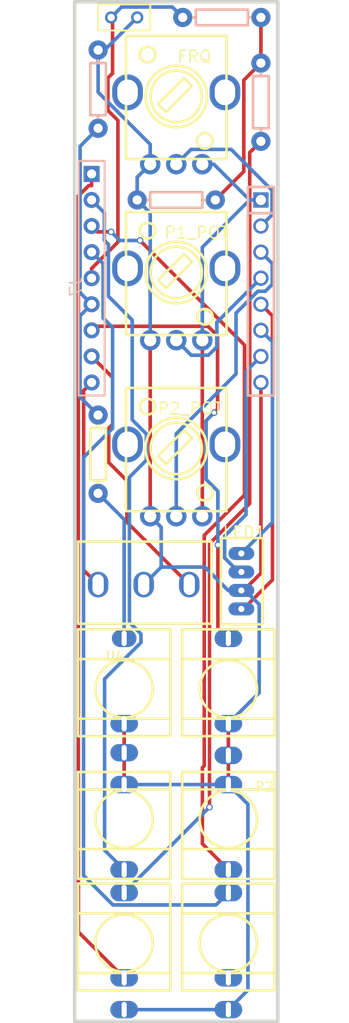
<source format=kicad_pcb>
(kicad_pcb (version 20171130) (host pcbnew "(5.1.5)-3") (page "A4") (layers (0 "F.Cu" signal) (31 "B.Cu" signal) (32 "B.Adhes" user) (33 "F.Adhes" user) (34 "B.Paste" user) (35 "F.Paste" user) (36 "B.SilkS" user) (37 "F.SilkS" user) (38 "B.Mask" user) (39 "F.Mask" user) (40 "Dwgs.User" user) (41 "Cmts.User" user) (42 "Eco1.User" user) (43 "Eco2.User" user) (44 "Edge.Cuts" user) (45 "Margin" user) (46 "B.CrtYd" user) (47 "F.CrtYd" user) (48 "B.Fab" user hide) (49 "F.Fab" user hide)) (net 0 "") (net 1 "+12V") (net 2 "+5V") (net 3 "-12V") (net 4 "C1_1") (net 5 "FRQPOT") (net 6 "FRQ_4") (net 7 "FRQ_5") (net 8 "GND") (net 9 "GVC") (net 10 "J4_3") (net 11 "J5_3") (net 12 "LED1") (net 13 "LED2") (net 14 "LED3") (net 15 "MODECV") (net 16 "OUT") (net 17 "P1CV") (net 18 "P1POT") (net 19 "P1_POT_4") (net 20 "P1_POT_5") (net 21 "P2CV") (net 22 "P2POT") (net 23 "P2_POT_4") (net 24 "P2_POT_5") (net 25 "R14_1") (net 26 "R6_2") (net 27 "R7_1") (net 28 "SW1") (net 29 "SW2") (net 30 "U1_10") (net 31 "U1_11") (net 32 "U1_12") (net 33 "U1_13") (net 34 "U1_21") (net 35 "U1_23") (net 36 "U1_24") (net 37 "U1_9") (net 38 "U2_1") (net 39 "U2_2") (net 40 "U2_6") (net 41 "V_OCT") (net 42 "S$6525") (net 43 "S$6530") (net 44 "S$6528") (net 45 "S$6523") (segment (start 6.985 161.544) (end 9.525 164.084) (width 0.35) (layer "B.Cu") (net 10)) (segment (start 9.525 164.084) (end 9.525 175.674) (width 0.35) (layer "B.Cu") (net 10)) (segment (start 13.136 168.728) (end 17.396 168.728) (width 0.35) (layer "B.Cu") (net 8)) (segment (start 17.396 168.728) (end 19.673 171.005) (width 0.35) (layer "B.Cu") (net 8)) (segment (start 19.673 171.005) (end 20.955 171.005) (width 0.35) (layer "B.Cu") (net 8)) (segment (start 19.685 189.914) (end 9.525 189.914) (width 0.35) (layer "B.Cu") (net 8)) (segment (start 19.685 211.839) (end 21.594 209.93) (width 0.35) (layer "B.Cu") (net 8)) (segment (start 21.594 209.93) (end 21.594 191.823) (width 0.35) (layer "B.Cu") (net 8)) (segment (start 21.594 191.823) (end 19.685 189.914) (width 0.35) (layer "B.Cu") (net 8)) (segment (start 19.685 211.839) (end 9.525 211.839) (width 0.35) (layer "B.Cu") (net 8)) (segment (start 20.955 171.005) (end 21.337 171.005) (width 0.35) (layer "B.Cu") (net 8)) (segment (start 21.337 171.005) (end 22.694 172.363) (width 0.35) (layer "B.Cu") (net 8)) (segment (start 22.694 172.363) (end 22.694 180.965) (width 0.35) (layer "B.Cu") (net 8)) (segment (start 22.694 180.965) (end 19.685 183.974) (width 0.35) (layer "B.Cu") (net 8)) (segment (start 6.985 118.364) (end 7.62 118.364) (width 0.35) (layer "B.Cu") (net 8)) (segment (start 7.62 118.364) (end 10.795 115.189) (width 0.35) (layer "B.Cu") (net 8)) (segment (start 6.985 118.364) (end 6.985 122.47) (width 0.35) (layer "B.Cu") (net 8)) (segment (start 6.985 122.47) (end 12.065 127.55) (width 0.35) (layer "B.Cu") (net 8)) (segment (start 12.065 127.55) (end 12.065 129.484) (width 0.35) (layer "B.Cu") (net 8)) (segment (start 10.795 132.969) (end 10.795 130.754) (width 0.35) (layer "B.Cu") (net 8)) (segment (start 10.795 130.754) (end 12.065 129.484) (width 0.35) (layer "B.Cu") (net 8)) (segment (start 12.065 146.629) (end 12.065 134.239) (width 0.35) (layer "B.Cu") (net 8)) (segment (start 12.065 134.239) (end 10.795 132.969) (width 0.35) (layer "B.Cu") (net 8)) (segment (start 13.136 168.728) (end 11.43 170.434) (width 0.35) (layer "B.Cu") (net 8)) (segment (start 12.065 163.774) (end 13.136 164.845) (width 0.35) (layer "B.Cu") (net 8)) (segment (start 13.136 164.845) (end 13.136 168.728) (width 0.35) (layer "B.Cu") (net 8)) (segment (start 8.252 136.075) (end 9.09 136.914) (width 0.35) (layer "B.Cu") (net 21)) (segment (start 9.09 136.914) (end 11.071 136.914) (width 0.35) (layer "B.Cu") (net 21)) (segment (start 18.663 166.569) (end 18.663 161.33) (width 0.35) (layer "B.Cu") (net 15)) (segment (start 18.663 161.33) (end 17.516 160.183) (width 0.35) (layer "B.Cu") (net 15)) (segment (start 17.516 160.183) (end 17.516 154.468) (width 0.35) (layer "B.Cu") (net 15)) (segment (start 17.516 154.468) (end 18.293 153.69) (width 0.35) (layer "B.Cu") (net 15)) (segment (start 19.685 200.439) (end 18.486 201.638) (width 0.35) (layer "B.Cu") (net 16)) (segment (start 18.486 201.638) (end 8.429 201.638) (width 0.35) (layer "B.Cu") (net 16)) (segment (start 8.429 201.638) (end 5.562 198.77) (width 0.35) (layer "B.Cu") (net 16)) (segment (start 5.562 198.77) (end 5.562 158.048) (width 0.35) (layer "B.Cu") (net 16)) (segment (start 5.562 158.048) (end 8.397 155.213) (width 0.35) (layer "B.Cu") (net 16)) (segment (start 8.397 155.213) (end 8.397 145.396) (width 0.35) (layer "B.Cu") (net 16)) (segment (start 8.397 145.396) (end 7.474 144.474) (width 0.35) (layer "B.Cu") (net 16)) (segment (start 7.474 144.474) (end 7.474 139.173) (width 0.35) (layer "B.Cu") (net 16)) (segment (start 7.474 139.173) (end 6.35 138.049) (width 0.35) (layer "B.Cu") (net 16)) (segment (start 14.605 163.774) (end 14.605 155.744) (width 0.35) (layer "B.Cu") (net 18)) (segment (start 14.605 155.744) (end 20.434 149.915) (width 0.35) (layer "B.Cu") (net 18)) (segment (start 20.434 149.915) (end 20.434 143.985) (width 0.35) (layer "B.Cu") (net 18)) (segment (start 20.434 143.985) (end 22.56 141.859) (width 0.35) (layer "B.Cu") (net 18)) (segment (start 22.56 141.859) (end 23.296 141.859) (width 0.35) (layer "B.Cu") (net 18)) (segment (start 23.296 141.859) (end 23.966 141.189) (width 0.35) (layer "B.Cu") (net 18)) (segment (start 23.966 141.189) (end 23.966 139.155) (width 0.35) (layer "B.Cu") (net 18)) (segment (start 23.966 139.155) (end 22.86 138.049) (width 0.35) (layer "B.Cu") (net 18)) (segment (start 14.605 146.629) (end 16.065 148.089) (width 0.35) (layer "B.Cu") (net 22)) (segment (start 16.065 148.089) (end 17.754 148.089) (width 0.35) (layer "B.Cu") (net 22)) (segment (start 17.754 148.089) (end 18.56 147.283) (width 0.35) (layer "B.Cu") (net 22)) (segment (start 18.56 147.283) (end 18.56 144.889) (width 0.35) (layer "B.Cu") (net 22)) (segment (start 18.56 144.889) (end 22.86 140.589) (width 0.35) (layer "B.Cu") (net 22)) (segment (start 14.605 129.484) (end 16.047 128.042) (width 0.35) (layer "B.Cu") (net 5)) (segment (start 16.047 128.042) (end 19.96 128.042) (width 0.35) (layer "B.Cu") (net 5)) (segment (start 19.96 128.042) (end 23.947 132.029) (width 0.35) (layer "B.Cu") (net 5)) (segment (start 23.947 132.029) (end 23.947 134.422) (width 0.35) (layer "B.Cu") (net 5)) (segment (start 23.947 134.422) (end 22.86 135.509) (width 0.35) (layer "B.Cu") (net 5)) (segment (start 17.145 146.629) (end 17.145 137.583) (width 0.35) (layer "B.Cu") (net 2)) (segment (start 17.145 137.583) (end 21.759 132.969) (width 0.35) (layer "B.Cu") (net 2)) (segment (start 22.86 132.969) (end 21.759 132.969) (width 0.35) (layer "B.Cu") (net 2)) (segment (start 17.145 129.484) (end 18.274 129.484) (width 0.35) (layer "B.Cu") (net 2)) (segment (start 18.274 129.484) (end 21.759 132.969) (width 0.35) (layer "B.Cu") (net 2)) (segment (start 15.24 115.189) (end 14.224 114.173) (width 0.35) (layer "B.Cu") (net 9)) (segment (start 14.224 114.173) (end 9.271 114.173) (width 0.35) (layer "B.Cu") (net 9)) (segment (start 9.271 114.173) (end 8.255 115.189) (width 0.35) (layer "B.Cu") (net 9)) (segment (start 20.955 167.405) (end 23.988 164.373) (width 0.35) (layer "B.Cu") (net 13)) (segment (start 23.988 164.373) (end 23.988 146.797) (width 0.35) (layer "B.Cu") (net 13)) (segment (start 23.988 146.797) (end 22.86 145.669) (width 0.35) (layer "B.Cu") (net 13)) (segment (start 6.35 143.129) (end 5.226 142.005) (width 0.35) (layer "B.Cu") (net 41)) (segment (start 5.226 142.005) (end 5.226 127.743) (width 0.35) (layer "B.Cu") (net 41)) (segment (start 5.226 127.743) (end 6.985 125.984) (width 0.35) (layer "B.Cu") (net 41)) (segment (start 6.985 153.924) (end 5.222 152.161) (width 0.35) (layer "B.Cu") (net 41)) (segment (start 5.222 152.161) (end 5.222 144.257) (width 0.35) (layer "B.Cu") (net 41)) (segment (start 5.222 144.257) (end 6.35 143.129) (width 0.35) (layer "B.Cu") (net 41)) (segment (start 6.35 132.969) (end 7.59 134.209) (width 0.35) (layer "B.Cu") (net 17)) (segment (start 7.59 134.209) (end 7.59 136.897) (width 0.35) (layer "B.Cu") (net 17)) (segment (start 7.59 136.897) (end 7.987 137.294) (width 0.35) (layer "B.Cu") (net 17)) (segment (start 7.987 137.294) (end 7.987 142.346) (width 0.35) (layer "B.Cu") (net 17)) (segment (start 7.987 142.346) (end 10.308 144.667) (width 0.35) (layer "B.Cu") (net 17)) (segment (start 10.308 144.667) (end 10.308 154.379) (width 0.35) (layer "B.Cu") (net 17)) (segment (start 10.308 154.379) (end 11.692 155.763) (width 0.35) (layer "B.Cu") (net 17)) (segment (start 11.692 155.763) (end 11.692 158.318) (width 0.35) (layer "B.Cu") (net 17)) (segment (start 11.692 158.318) (end 10.037 159.973) (width 0.35) (layer "B.Cu") (net 17)) (segment (start 10.037 159.973) (end 10.037 174.119) (width 0.35) (layer "B.Cu") (net 17)) (segment (start 10.037 174.119) (end 11.161 175.242) (width 0.35) (layer "B.Cu") (net 17)) (segment (start 11.161 175.242) (end 11.161 176.08) (width 0.35) (layer "B.Cu") (net 17)) (segment (start 11.161 176.08) (end 7.617 179.624) (width 0.35) (layer "B.Cu") (net 17)) (segment (start 7.617 179.624) (end 7.617 196.306) (width 0.35) (layer "B.Cu") (net 17)) (segment (start 7.617 196.306) (end 9.525 198.214) (width 0.35) (layer "B.Cu") (net 17)) (segment (start 20.955 169.205) (end 20.694 169.205) (width 0.35) (layer "B.Cu") (net 14)) (segment (start 20.694 169.205) (end 19.325 167.835) (width 0.35) (layer "B.Cu") (net 14)) (segment (start 19.325 167.835) (end 19.325 165.707) (width 0.35) (layer "B.Cu") (net 14)) (segment (start 19.325 165.707) (end 21.407 163.624) (width 0.35) (layer "B.Cu") (net 14)) (segment (start 21.407 163.624) (end 21.407 149.662) (width 0.35) (layer "B.Cu") (net 14)) (segment (start 21.407 149.662) (end 22.86 148.209) (width 0.35) (layer "B.Cu") (net 14)) (segment (start 9.525 200.439) (end 17.848 192.116) (width 0.35) (layer "B.Cu") (net 11)) (gr_line (start 4.699 132.461) (end 4.699 119.761) (width 0.35) (layer "Edge.Cuts")) (gr_line (start 4.699 119.761) (end 4.699 113.665) (width 0.35) (layer "Edge.Cuts")) (gr_line (start 4.699 113.665) (end 22.86 113.665) (width 0.35) (layer "Edge.Cuts")) (gr_line (start 22.86 113.665) (end 24.003 113.665) (width 0.35) (layer "Edge.Cuts")) (gr_line (start 24.511 146.812) (end 24.511 212.979) (width 0.35) (layer "Edge.Cuts")) (gr_line (start 24.511 212.979) (end 4.699 212.979) (width 0.35) (layer "Edge.Cuts")) (gr_line (start 4.699 212.979) (end 4.699 136.779) (width 0.35) (layer "Edge.Cuts")) (gr_line (start 24.003 113.665) (end 24.511 113.665) (width 0.35) (layer "Edge.Cuts")) (gr_line (start 24.511 113.665) (end 24.511 134.62) (width 0.35) (layer "Edge.Cuts")) (gr_line (start 24.511 134.62) (end 24.511 146.812) (width 0.35) (layer "Edge.Cuts")) (gr_line (start 4.699 136.779) (end 4.699 134.239) (width 0.35) (layer "Edge.Cuts")) (gr_line (start 4.699 134.239) (end 4.699 132.461) (width 0.35) (layer "Edge.Cuts")) (segment (start 9.525 189.914) (end 9.525 186.814) (width 0.35) (layer "F.Cu") (net 8)) (segment (start 9.525 186.814) (end 9.525 183.974) (width 0.35) (layer "F.Cu") (net 8)) (segment (start 22.86 150.749) (end 22.86 169.32) (width 0.35) (layer "F.Cu") (net 8)) (segment (start 22.86 169.32) (end 21.175 171.005) (width 0.35) (layer "F.Cu") (net 8)) (segment (start 21.175 171.005) (end 20.955 171.005) (width 0.35) (layer "F.Cu") (net 8)) (segment (start 12.065 146.629) (end 12.065 163.774) (width 0.35) (layer "F.Cu") (net 8)) (segment (start 19.685 183.974) (end 19.685 187.074) (width 0.35) (layer "F.Cu") (net 8)) (segment (start 19.685 187.074) (end 19.685 189.914) (width 0.35) (layer "F.Cu") (net 8)) (segment (start 11.071 136.914) (end 21.257 147.1) (width 0.35) (layer "F.Cu") (net 21)) (segment (start 21.257 147.1) (end 21.257 161.718) (width 0.35) (layer "F.Cu") (net 21)) (segment (start 21.257 161.718) (end 17.336 165.639) (width 0.35) (layer "F.Cu") (net 21)) (segment (start 17.336 165.639) (end 17.336 188.081) (width 0.35) (layer "F.Cu") (net 21)) (segment (start 17.336 188.081) (end 17.152 188.265) (width 0.35) (layer "F.Cu") (net 21)) (segment (start 17.152 188.265) (end 17.152 195.681) (width 0.35) (layer "F.Cu") (net 21)) (segment (start 17.152 195.681) (end 19.685 198.214) (width 0.35) (layer "F.Cu") (net 21)) (segment (start 6.35 135.509) (end 6.916 136.075) (width 0.35) (layer "F.Cu") (net 21)) (segment (start 6.916 136.075) (end 8.252 136.075) (width 0.35) (layer "F.Cu") (net 21)) (segment (start 18.293 153.69) (end 18.634 153.35) (width 0.35) (layer "F.Cu") (net 15)) (segment (start 18.634 153.35) (end 18.634 146.202) (width 0.35) (layer "F.Cu") (net 15)) (segment (start 18.634 146.202) (end 17.703 145.271) (width 0.35) (layer "F.Cu") (net 15)) (segment (start 17.703 145.271) (end 6.748 145.271) (width 0.35) (layer "F.Cu") (net 15)) (segment (start 6.748 145.271) (end 6.35 145.669) (width 0.35) (layer "F.Cu") (net 15)) (segment (start 19.685 175.674) (end 18.663 174.652) (width 0.35) (layer "F.Cu") (net 15)) (segment (start 18.663 174.652) (end 18.663 166.569) (width 0.35) (layer "F.Cu") (net 15)) (segment (start 15.875 170.434) (end 9.793 164.352) (width 0.35) (layer "F.Cu") (net 28)) (segment (start 9.793 164.352) (end 9.793 160.317) (width 0.35) (layer "F.Cu") (net 28)) (segment (start 9.793 160.317) (end 8.018 158.543) (width 0.35) (layer "F.Cu") (net 28)) (segment (start 8.018 158.543) (end 8.018 155.201) (width 0.35) (layer "F.Cu") (net 28)) (segment (start 8.018 155.201) (end 8.392 154.827) (width 0.35) (layer "F.Cu") (net 28)) (segment (start 8.392 154.827) (end 8.392 150.251) (width 0.35) (layer "F.Cu") (net 28)) (segment (start 8.392 150.251) (end 6.35 148.209) (width 0.35) (layer "F.Cu") (net 28)) (segment (start 17.145 163.774) (end 17.145 146.629) (width 0.35) (layer "F.Cu") (net 2)) (segment (start 6.35 140.589) (end 6.35 139.64) (width 0.35) (layer "F.Cu") (net 9)) (segment (start 6.35 139.64) (end 8.914 137.076) (width 0.35) (layer "F.Cu") (net 9)) (segment (start 8.914 137.076) (end 8.914 125.222) (width 0.35) (layer "F.Cu") (net 9)) (segment (start 8.914 125.222) (end 7.938 124.246) (width 0.35) (layer "F.Cu") (net 9)) (segment (start 7.938 124.246) (end 7.938 121.089) (width 0.35) (layer "F.Cu") (net 9)) (segment (start 7.938 121.089) (end 8.393 120.634) (width 0.35) (layer "F.Cu") (net 9)) (segment (start 8.393 120.634) (end 8.393 115.327) (width 0.35) (layer "F.Cu") (net 9)) (segment (start 8.393 115.327) (end 8.255 115.189) (width 0.35) (layer "F.Cu") (net 9)) (segment (start 22.86 115.189) (end 22.86 119.634) (width 0.35) (layer "F.Cu") (net 25)) (segment (start 18.415 132.969) (end 21.192 130.192) (width 0.35) (layer "F.Cu") (net 25)) (segment (start 21.192 130.192) (end 21.192 121.302) (width 0.35) (layer "F.Cu") (net 25)) (segment (start 21.192 121.302) (end 22.86 119.634) (width 0.35) (layer "F.Cu") (net 25)) (segment (start 6.35 130.429) (end 6.35 131.567) (width 0.35) (layer "F.Cu") (net 1)) (segment (start 20.955 172.805) (end 21.155 172.805) (width 0.35) (layer "F.Cu") (net 12)) (segment (start 21.155 172.805) (end 23.988 169.972) (width 0.35) (layer "F.Cu") (net 12)) (segment (start 23.988 169.972) (end 23.988 144.257) (width 0.35) (layer "F.Cu") (net 12)) (segment (start 23.988 144.257) (end 22.86 143.129) (width 0.35) (layer "F.Cu") (net 12)) (segment (start 6.35 150.749) (end 5.575 151.524) (width 0.35) (layer "F.Cu") (net 29)) (segment (start 5.575 151.524) (end 5.575 169.024) (width 0.35) (layer "F.Cu") (net 29)) (segment (start 5.575 169.024) (end 6.985 170.434) (width 0.35) (layer "F.Cu") (net 29)) (segment (start 6.35 131.567) (end 6.066 131.567) (width 0.35) (layer "F.Cu") (net 1)) (segment (start 6.066 131.567) (end 5.062 132.57) (width 0.35) (layer "F.Cu") (net 1)) (segment (start 5.062 132.57) (end 5.062 204.276) (width 0.35) (layer "F.Cu") (net 1)) (segment (start 5.062 204.276) (end 9.525 208.739) (width 0.35) (layer "F.Cu") (net 1)) (segment (start 22.86 127.254) (end 21.77 128.344) (width 0.35) (layer "F.Cu") (net 11)) (segment (start 21.77 128.344) (end 21.77 162.525) (width 0.35) (layer "F.Cu") (net 11)) (segment (start 21.77 162.525) (end 17.848 166.448) (width 0.35) (layer "F.Cu") (net 11)) (segment (start 17.848 166.448) (end 17.848 192.116) (width 0.35) (layer "F.Cu") (net 11)) (gr_line (start 5.025 174.789) (end 14.025 174.789) (width 0.254) (layer "F.SilkS")) (gr_line (start 14.025 174.789) (end 14.025 183.499) (width 0.254) (layer "F.SilkS")) (gr_line (start 14.025 183.499) (end 5.025 183.499) (width 0.254) (layer "F.SilkS")) (gr_line (start 5.025 183.499) (end 5.025 174.789) (width 0.254) (layer "F.SilkS")) (gr_line (start 5.025 177.689) (end 14.025 177.689) (width 0.254) (layer "F.SilkS")) (gr_line (start 14.025 177.689) (end 14.025 185.199) (width 0.254) (layer "F.SilkS")) (gr_line (start 14.025 185.199) (end 5.025 185.199) (width 0.254) (layer "F.SilkS")) (gr_line (start 5.025 185.199) (end 5.025 177.689) (width 0.254) (layer "F.SilkS")) (gr_line (start 24.185 199.099) (end 15.185 199.099) (width 0.254) (layer "F.SilkS")) (gr_line (start 15.185 199.099) (end 15.185 190.389) (width 0.254) (layer "F.SilkS")) (gr_line (start 15.185 190.389) (end 24.185 190.389) (width 0.254) (layer "F.SilkS")) (gr_line (start 24.185 190.389) (end 24.185 199.099) (width 0.254) (layer "F.SilkS")) (gr_line (start 24.185 196.199) (end 15.185 196.199) (width 0.254) (layer "F.SilkS")) (gr_line (start 15.185 196.199) (end 15.185 188.689) (width 0.254) (layer "F.SilkS")) (gr_line (start 15.185 188.689) (end 24.185 188.689) (width 0.254) (layer "F.SilkS")) (gr_line (start 24.185 188.689) (end 24.185 196.199) (width 0.254) (layer "F.SilkS")) (gr_arc (start 9.525 180.594) (end 12.319 180.594) (angle 180) (width 0.254) (layer "F.SilkS")) (gr_arc (start 19.685 193.294) (end 22.479 193.294) (angle 180) (width 0.254) (layer "F.SilkS")) (gr_arc (start 19.685 193.294) (end 16.891 193.294) (angle 180) (width 0.254) (layer "F.SilkS")) (gr_text "P2" (at 22.225 190.119 0) (layer "F.SilkS") (effects (font (size 0.9 0.9) (thickness 0.152)) (justify left))) (gr_arc (start 9.525 180.594) (end 6.731 180.594) (angle 180) (width 0.254) (layer "F.SilkS")) (module "easyeda:R_AXIAL-0.3" (layer "F.Cu") (at 22.86 123.444 90) (fp_text value "47k" (at 0.737 0.498 90) (layer "B.Fab") (effects (font (size 0.85 0.85) (thickness 0.152)) (justify left mirror))) (fp_text reference "R14" (at 0 -1.27 90) (layer "B.SilkS") hide (effects (font (size 1.143 1.143) (thickness 0.152)) (justify left mirror))) (fp_line (start 2.54 0) (end 2.794 0) (width 0.254) (layer "B.SilkS")) (fp_line (start -2.54 0) (end -2.794 0) (width 0.254) (layer "B.SilkS")) (fp_line (start 2.54 0) (end 2.54 -0.762) (width 0.254) (layer "B.SilkS")) (fp_line (start 2.54 0.762) (end 2.54 0) (width 0.254) (layer "B.SilkS")) (fp_line (start -2.54 0.762) (end 2.54 0.762) (width 0.254) (layer "B.SilkS")) (fp_line (start -2.54 0) (end -2.54 0.762) (width 0.254) (layer "B.SilkS")) (fp_line (start -2.54 -0.762) (end -2.54 0) (width 0.254) (layer "B.SilkS")) (fp_line (start 2.54 -0.762) (end -2.54 -0.762) (width 0.254) (layer "B.SilkS")) (pad 1 thru_hole circle (at 3.81 0 90) (size 1.88 1.88) (layers "*.Cu" "*.Paste" "*.Mask") (drill 0.899) (net 25 "R14_1")) (pad 2 thru_hole circle (at -3.81 0 90) (size 1.88 1.88) (layers "*.Cu" "*.Paste" "*.Mask") (drill 0.899) (net 11 "J5_3")) (fp_text user gge8b21f8644bfe4809 (at 0 0) (layer "Cmts.User") (effects (font (size 1 1) (thickness 0.15))))) (module "easyeda:R_AXIAL-0.3" (layer "F.Cu") (at 14.605 132.969) (fp_text value "68k" (at 0.635 0.635 0) (layer "B.Fab") (effects (font (size 0.85 0.85) (thickness 0.152)) (justify left mirror))) (fp_text reference "R16" (at 0 -1.27 0) (layer "B.SilkS") hide (effects (font (size 1.143 1.143) (thickness 0.152)) (justify left mirror))) (fp_line (start 2.54 0) (end 2.794 0) (width 0.254) (layer "B.SilkS")) (fp_line (start -2.54 0) (end -2.794 0) (width 0.254) (layer "B.SilkS")) (fp_line (start 2.54 0) (end 2.54 -0.762) (width 0.254) (layer "B.SilkS")) (fp_line (start 2.54 0.762) (end 2.54 0) (width 0.254) (layer "B.SilkS")) (fp_line (start -2.54 0.762) (end 2.54 0.762) (width 0.254) (layer "B.SilkS")) (fp_line (start -2.54 0) (end -2.54 0.762) (width 0.254) (layer "B.SilkS")) (fp_line (start -2.54 -0.762) (end -2.54 0) (width 0.254) (layer "B.SilkS")) (fp_line (start 2.54 -0.762) (end -2.54 -0.762) (width 0.254) (layer "B.SilkS")) (pad 1 thru_hole circle (at 3.81 0 0) (size 1.88 1.88) (layers "*.Cu" "*.Paste" "*.Mask") (drill 0.899) (net 25 "R14_1")) (pad 2 thru_hole circle (at -3.81 0 0) (size 1.88 1.88) (layers "*.Cu" "*.Paste" "*.Mask") (drill 0.899) (net 8 "GND")) (fp_text user ggeb627e3e4a956aa7d (at 0 0) (layer "Cmts.User") (effects (font (size 1 1) (thickness 0.15))))) (module "easyeda:HDR-TH_8P-P2.54-V-M" (layer "F.Cu") (at 22.86 141.859 90) (fp_text value "Header-Male-2.54_1x8" (at -18.933 -4.153 -90) (layer "B.Fab") hide (effects (font (size 1.143 1.143) (thickness 0.152)) (justify left mirror))) (fp_text reference "H3" (at 0 -1.524 90) (layer "B.SilkS") hide (effects (font (size 1.143 1.143) (thickness 0.152)) (justify left mirror))) (fp_line (start -10.16 -1.27) (end -10.16 1.27) (width 0.254) (layer "B.SilkS")) (fp_line (start -10.16 1.27) (end 10.16 1.27) (width 0.254) (layer "B.SilkS")) (fp_line (start 10.16 1.27) (end 10.16 -1.27) (width 0.254) (layer "B.SilkS")) (fp_line (start 10.16 -1.27) (end -10.16 -1.27) (width 0.254) (layer "B.SilkS")) (fp_line (start 7.596 -1.27) (end 7.596 1.27) (width 0.254) (layer "B.SilkS")) (pad 1 thru_hole rect (at 8.89 0 90) (size 1.5 1.5) (layers "*.Cu" "*.Paste" "*.Mask") (drill 1) (net 2 "+5V")) (pad 2 thru_hole circle (at 6.35 0 90) (size 1.5 1.5) (layers "*.Cu" "*.Paste" "*.Mask") (drill 1) (net 5 "FRQPOT")) (pad 3 thru_hole circle (at 3.81 0 90) (size 1.5 1.5) (layers "*.Cu" "*.Paste" "*.Mask") (drill 1) (net 18 "P1POT")) (pad 4 thru_hole circle (at 1.27 0 90) (size 1.5 1.5) (layers "*.Cu" "*.Paste" "*.Mask") (drill 1) (net 22 "P2POT")) (pad 5 thru_hole circle (at -1.27 0 90) (size 1.5 1.5) (layers "*.Cu" "*.Paste" "*.Mask") (drill 1) (net 12 "LED1")) (pad 6 thru_hole circle (at -3.81 0 90) (size 1.5 1.5) (layers "*.Cu" "*.Paste" "*.Mask") (drill 1) (net 13 "LED2")) (pad 7 thru_hole circle (at -6.35 0 90) (size 1.5 1.5) (layers "*.Cu" "*.Paste" "*.Mask") (drill 1) (net 14 "LED3")) (pad 8 thru_hole circle (at -8.89 0 90) (size 1.5 1.5) (layers "*.Cu" "*.Paste" "*.Mask") (drill 1) (net 8 "GND")) (fp_text user ggef05f6a5a6505fbd6 (at 0 0) (layer "Cmts.User") (effects (font (size 1 1) (thickness 0.15))))) (module "easyeda:RAD-0.1" (layer "F.Cu") (at 9.525 115.189 180) (fp_text value "100n" (at 3.175 -1.27 90) (layer "F.Fab") (effects (font (size 0.85 0.85) (thickness 0.152)) (justify left))) (fp_text reference "C14" (at -0.229 -1.854 180) (layer "F.SilkS") hide (effects (font (size 1.143 1.143) (thickness 0.152)) (justify left))) (fp_line (start 2.537 -1.267) (end -2.543 -1.267) (width 0.201) (layer "F.SilkS")) (fp_line (start -2.543 -1.267) (end -2.543 1.273) (width 0.201) (layer "F.SilkS")) (fp_line (start -2.543 1.273) (end 2.537 1.273) (width 0.201) (layer "F.SilkS")) (fp_line (start 2.537 1.273) (end 2.537 -1.267) (width 0.201) (layer "F.SilkS")) (pad 1 thru_hole circle (at -1.27 0 180) (size 1.194 1.194) (layers "*.Cu" "*.Paste" "*.Mask") (drill 0.711) (net 8 "GND")) (pad 2 thru_hole circle (at 1.27 0 180) (size 1.194 1.194) (layers "*.Cu" "*.Paste" "*.Mask") (drill 0.711) (net 9 "GVC")) (fp_text user ggeceaff2f99fbda489 (at 0 0) (layer "Cmts.User") (effects (font (size 1 1) (thickness 0.15))))) (module "easyeda:R_AXIAL-0.3" (layer "F.Cu") (at 6.985 122.174 -90) (fp_text value "330k" (at 0.737 0.498 -90) (layer "B.Fab") (effects (font (size 0.85 0.85) (thickness 0.152)) (justify left mirror))) (fp_text reference "R13" (at 0 -1.27 -90) (layer "B.SilkS") hide (effects (font (size 1.143 1.143) (thickness 0.152)) (justify left mirror))) (fp_line (start 2.54 0) (end 2.794 0) (width 0.254) (layer "B.SilkS")) (fp_line (start -2.54 0) (end -2.794 0) (width 0.254) (layer "B.SilkS")) (fp_line (start 2.54 0) (end 2.54 -0.762) (width 0.254) (layer "B.SilkS")) (fp_line (start 2.54 0.762) (end 2.54 0) (width 0.254) (layer "B.SilkS")) (fp_line (start -2.54 0.762) (end 2.54 0.762) (width 0.254) (layer "B.SilkS")) (fp_line (start -2.54 0) (end -2.54 0.762) (width 0.254) (layer "B.SilkS")) (fp_line (start -2.54 -0.762) (end -2.54 0) (width 0.254) (layer "B.SilkS")) (fp_line (start 2.54 -0.762) (end -2.54 -0.762) (width 0.254) (layer "B.SilkS")) (pad 1 thru_hole circle (at 3.81 0 -90) (size 1.88 1.88) (layers "*.Cu" "*.Paste" "*.Mask") (drill 0.899) (net 41 "V_OCT")) (pad 2 thru_hole circle (at -3.81 0 -90) (size 1.88 1.88) (layers "*.Cu" "*.Paste" "*.Mask") (drill 0.899) (net 8 "GND")) (fp_text user gge389d7dbef4523e22 (at 0 0) (layer "Cmts.User") (effects (font (size 1 1) (thickness 0.15))))) (module "easyeda:R_AXIAL-0.3" (layer "F.Cu") (at 19.05 115.189 180) (fp_text value "1k" (at -0.137 -0.406 0) (layer "B.Fab") (effects (font (size 0.85 0.85) (thickness 0.152)) (justify left mirror))) (fp_text reference "R15" (at 0 -1.27 180) (layer "B.SilkS") hide (effects (font (size 1.143 1.143) (thickness 0.152)) (justify left mirror))) (fp_line (start 2.54 0) (end 2.794 0) (width 0.254) (layer "B.SilkS")) (fp_line (start -2.54 0) (end -2.794 0) (width 0.254) (layer "B.SilkS")) (fp_line (start 2.54 0) (end 2.54 -0.762) (width 0.254) (layer "B.SilkS")) (fp_line (start 2.54 0.762) (end 2.54 0) (width 0.254) (layer "B.SilkS")) (fp_line (start -2.54 0.762) (end 2.54 0.762) (width 0.254) (layer "B.SilkS")) (fp_line (start -2.54 0) (end -2.54 0.762) (width 0.254) (layer "B.SilkS")) (fp_line (start -2.54 -0.762) (end -2.54 0) (width 0.254) (layer "B.SilkS")) (fp_line (start 2.54 -0.762) (end -2.54 -0.762) (width 0.254) (layer "B.SilkS")) (pad 1 thru_hole circle (at 3.81 0 180) (size 1.88 1.88) (layers "*.Cu" "*.Paste" "*.Mask") (drill 0.899) (net 9 "GVC")) (pad 2 thru_hole circle (at -3.81 0 180) (size 1.88 1.88) (layers "*.Cu" "*.Paste" "*.Mask") (drill 0.899) (net 25 "R14_1")) (fp_text user gge5dd9ab673c3aeecd (at 0 0) (layer "Cmts.User") (effects (font (size 1 1) (thickness 0.15))))) (module "easyeda:HDR-M-2.54_1X9" (layer "F.Cu") (at 6.35 140.589 90) (fp_text value "HDR-M-2.54_1x9" (at 0.254 -3.302 90) (layer "B.Fab") hide (effects (font (size 1.143 1.143) (thickness 0.152)) (justify left mirror))) (fp_text reference "J7" (at 0.254 -1.524 90) (layer "B.SilkS") (effects (font (size 1.143 1.143) (thickness 0.152)) (justify left mirror))) (fp_line (start -8.89 -1.27) (end 9.525 -1.27) (width 0.203) (layer "B.SilkS")) (fp_line (start -8.89 -1.27) (end -11.43 -1.27) (width 0.203) (layer "B.SilkS")) (fp_line (start -11.43 -1.27) (end -11.43 1.27) (width 0.203) (layer "B.SilkS")) (fp_line (start -11.43 1.27) (end 11.43 1.27) (width 0.203) (layer "B.SilkS")) (fp_line (start 11.43 1.27) (end 11.43 -1.27) (width 0.203) (layer "B.SilkS")) (fp_line (start 11.43 -1.27) (end 9.525 -1.27) (width 0.203) (layer "B.SilkS")) (pad 1 thru_hole rect (at 10.16 0 90) (size 1.575 1.575) (layers "*.Cu" "*.Paste" "*.Mask") (drill 0.889) (net 1 "+12V")) (pad 2 thru_hole circle (at 7.62 0 90) (size 1.575 1.575) (layers "*.Cu" "*.Paste" "*.Mask") (drill 0.889) (net 17 "P1CV")) (pad 3 thru_hole circle (at 5.08 0 90) (size 1.575 1.575) (layers "*.Cu" "*.Paste" "*.Mask") (drill 0.889) (net 21 "P2CV")) (pad 4 thru_hole circle (at 2.54 0 90) (size 1.575 1.575) (layers "*.Cu" "*.Paste" "*.Mask") (drill 0.889) (net 16 "OUT")) (pad 5 thru_hole circle (at 0 0 90) (size 1.575 1.575) (layers "*.Cu" "*.Paste" "*.Mask") (drill 0.889) (net 9 "GVC")) (pad 6 thru_hole circle (at -2.54 0 90) (size 1.575 1.575) (layers "*.Cu" "*.Paste" "*.Mask") (drill 0.889) (net 41 "V_OCT")) (pad 7 thru_hole circle (at -5.08 0 90) (size 1.575 1.575) (layers "*.Cu" "*.Paste" "*.Mask") (drill 0.889) (net 15 "MODECV")) (pad 8 thru_hole circle (at -7.62 0 90) (size 1.575 1.575) (layers "*.Cu" "*.Paste" "*.Mask") (drill 0.889) (net 28 "SW1")) (pad 9 thru_hole circle (at -10.16 0 90) (size 1.575 1.575) (layers "*.Cu" "*.Paste" "*.Mask") (drill 0.889) (net 29 "SW2")) (fp_text user gge9b82dd8a274d3a36 (at 0 0) (layer "Cmts.User") (effects (font (size 1 1) (thickness 0.15))))) (module "easyeda:THONKICONN_1" (layer "F.Cu") (at 9.525 193.294 180) (fp_text value "P1_CV" (at -2.54 3.175 0) (layer "F.Fab") (effects (font (size 0.9 0.9) (thickness 0.152)) (justify left))) (fp_text reference "J1" (at 0 -6.35 180) (layer "F.SilkS") hide (effects (font (size 1.143 1.143) (thickness 0.152)) (justify left))) (fp_arc (start 0 0) (end -2.794 0) (angle 180) (width 0.254) (layer "F.SilkS")) (fp_arc (start 0 0) (end 2.794 0) (angle 180) (width 0.254) (layer "F.SilkS")) (fp_line (start -4.5 -5.805) (end 4.5 -5.805) (width 0.254) (layer "F.SilkS")) (fp_line (start 4.5 -5.805) (end 4.5 2.905) (width 0.254) (layer "F.SilkS")) (fp_line (start 4.5 2.905) (end -4.5 2.905) (width 0.254) (layer "F.SilkS")) (fp_line (start -4.5 2.905) (end -4.5 -5.805) (width 0.254) (layer "F.SilkS")) (fp_line (start -4.5 -2.905) (end 4.5 -2.905) (width 0.254) (layer "F.SilkS")) (fp_line (start 4.5 -2.905) (end 4.5 4.605) (width 0.254) (layer "F.SilkS")) (fp_line (start 4.5 4.605) (end -4.5 4.605) (width 0.254) (layer "F.SilkS")) (fp_line (start -4.5 4.605) (end -4.5 -2.905) (width 0.254) (layer "F.SilkS")) (pad "" np_thru_hole circle (at 0 0) (size 3 3) (drill 3) (layers "*.Cu" "*.Mask")) (pad 3 thru_hole oval (at 0 -4.92 180) (size 2.7 1.7) (layers "*.Cu" "*.Paste" "*.Mask") (drill oval 0.5 1.5) (net 17 "P1CV")) (pad 2 thru_hole oval (at 0 3.38 180) (size 2.7 1.7) (layers "*.Cu" "*.Paste" "*.Mask") (drill oval 0.5 1.5) (net 8 "GND")) (pad 1 thru_hole oval (at 0 6.48 180) (size 2.7 1.7) (layers "*.Cu" "*.Paste" "*.Mask") (drill oval 0.5 1.5) (net 8 "GND")) (fp_text user ggec74d218d235be7eb (at 0 0) (layer "Cmts.User") (effects (font (size 1 1) (thickness 0.15))))) (module "easyeda:THONKICONN_1" (layer "F.Cu") (at 9.525 205.359) (fp_text value "GAIN_CV" (at 1.27 -3.175 0) (layer "F.Fab") (effects (font (size 0.9 0.9) (thickness 0.152)) (justify left))) (fp_text reference "J5" (at 0 -6.35 0) (layer "F.SilkS") hide (effects (font (size 1.143 1.143) (thickness 0.152)) (justify left))) (fp_arc (start 0 0) (end -2.794 0) (angle 180) (width 0.254) (layer "F.SilkS")) (fp_arc (start 0 0) (end 2.794 0) (angle 180) (width 0.254) (layer "F.SilkS")) (fp_line (start -4.5 -5.805) (end 4.5 -5.805) (width 0.254) (layer "F.SilkS")) (fp_line (start 4.5 -5.805) (end 4.5 2.905) (width 0.254) (layer "F.SilkS")) (fp_line (start 4.5 2.905) (end -4.5 2.905) (width 0.254) (layer "F.SilkS")) (fp_line (start -4.5 2.905) (end -4.5 -5.805) (width 0.254) (layer "F.SilkS")) (fp_line (start -4.5 -2.905) (end 4.5 -2.905) (width 0.254) (layer "F.SilkS")) (fp_line (start 4.5 -2.905) (end 4.5 4.605) (width 0.254) (layer "F.SilkS")) (fp_line (start 4.5 4.605) (end -4.5 4.605) (width 0.254) (layer "F.SilkS")) (fp_line (start -4.5 4.605) (end -4.5 -2.905) (width 0.254) (layer "F.SilkS")) (pad "" np_thru_hole circle (at 0 0) (size 3 3) (drill 3) (layers "*.Cu" "*.Mask")) (pad 3 thru_hole oval (at 0 -4.92 0) (size 2.7 1.7) (layers "*.Cu" "*.Paste" "*.Mask") (drill oval 0.5 1.5) (net 11 "J5_3")) (pad 2 thru_hole oval (at 0 3.38 0) (size 2.7 1.7) (layers "*.Cu" "*.Paste" "*.Mask") (drill oval 0.5 1.5) (net 1 "+12V")) (pad 1 thru_hole oval (at 0 6.48 0) (size 2.7 1.7) (layers "*.Cu" "*.Paste" "*.Mask") (drill oval 0.5 1.5) (net 8 "GND")) (fp_text user ggeb3a5a257edf1be37 (at 0 0) (layer "Cmts.User") (effects (font (size 1 1) (thickness 0.15))))) (module "easyeda:MINI TOGGLE SWITCH SPDT ON-ON" (layer "F.Cu") (at 11.43 170.434 180) (fp_text value "TOGGLE SWITCH SPDT" (at 17.879 -7.313 0) (layer "F.Fab") hide (effects (font (size 1.143 1.143) (thickness 0.152)) (justify left))) (fp_text reference "U4" (at 3.81 -6.985 0) (layer "F.SilkS") (effects (font (size 0.9 0.9) (thickness 0.152)) (justify left))) (fp_line (start -6.604 -3.81) (end 6.396 -3.81) (width 0.254) (layer "F.SilkS") (status 40000)) (fp_line (start 6.396 -3.81) (end 6.396 4.19) (width 0.254) (layer "F.SilkS") (status 40000)) (fp_line (start 6.396 4.19) (end -6.604 4.19) (width 0.254) (layer "F.SilkS") (status 40000)) (fp_line (start -6.604 4.19) (end -6.604 -3.81) (width 0.254) (layer "F.SilkS") (status 40000)) (pad 2 thru_hole oval (at -4.445 0 180) (size 2 2.5) (layers "*.Cu" "*.Paste" "*.Mask") (drill oval 1.1 2) (net 28 "SW1")) (pad 1 thru_hole oval (at 0 0 180) (size 2 2.5) (layers "*.Cu" "*.Paste" "*.Mask") (drill oval 1.1 2) (net 8 "GND")) (pad 3 thru_hole oval (at 4.445 0 180) (size 2 2.5) (layers "*.Cu" "*.Paste" "*.Mask") (drill oval 1.1 2) (net 29 "SW2")) (fp_text user ggedfede337e7ad0f59 (at 0 0) (layer "Cmts.User") (effects (font (size 1 1) (thickness 0.15))))) (module "easyeda:R09-5KΩ" (layer "F.Cu") (at 14.605 125.984) (fp_text value "10-100k" (at 0 -11.486 0) (layer "F.Fab") hide (effects (font (size 1.143 1.143) (thickness 0.152)) (justify left))) (fp_text reference "FRQ" (at 0 -6.985 0) (layer "F.SilkS") (effects (font (size 1.143 1.143) (thickness 0.152)) (justify left))) (fp_line (start -4.9 -9) (end 4.9 -9) (width 0.254) (layer "F.SilkS")) (fp_line (start 4.9 -9) (end 4.9 3) (width 0.254) (layer "F.SilkS")) (fp_line (start -4.9 -9) (end -4.9 3) (width 0.254) (layer "F.SilkS")) (fp_line (start -4.9 3) (end 4.9 3) (width 0.254) (layer "F.SilkS")) (fp_line (start 0.762 -4.882) (end -1.778 -2.342) (width 0.254) (layer "F.SilkS")) (fp_line (start -1.778 -2.342) (end -1.016 -1.58) (width 0.254) (layer "F.SilkS")) (fp_line (start -1.016 -1.58) (end 1.524 -4.12) (width 0.254) (layer "F.SilkS")) (fp_line (start 1.524 -4.12) (end 0.762 -4.882) (width 0.254) (layer "F.SilkS")) (fp_circle (center -2.794 -7.168) (end -2.032 -7.168) (layer "F.SilkS") (width 0.254)) (fp_circle (center 2.794 1.214) (end 3.556 1.214) (layer "F.SilkS") (width 0.254)) (fp_circle (center 0 -3.104) (end 3 -3.104) (layer "F.SilkS") (width 0.254)) (fp_circle (center 0 -3.104) (end 2.5 -3.104) (layer "F.SilkS") (width 0.254)) (pad 1 thru_hole circle (at -2.54 3.5 0) (size 2 2) (layers "*.Cu" "*.Paste" "*.Mask") (drill 1.2) (net 8 "GND")) (pad 2 thru_hole circle (at 0 3.5 0) (size 2 2) (layers "*.Cu" "*.Paste" "*.Mask") (drill 1.2) (net 5 "FRQPOT")) (pad 3 thru_hole circle (at 2.54 3.5 0) (size 2 2) (layers "*.Cu" "*.Paste" "*.Mask") (drill 1.2) (net 2 "+5V")) (pad 4 thru_hole oval (at 4.75 -3.5 0) (size 3 3.5) (layers "*.Cu" "*.Paste" "*.Mask") (drill oval 2 2.5) (net 6 "FRQ_4")) (pad 5 thru_hole oval (at -4.75 -3.5 0) (size 3 3.5) (layers "*.Cu" "*.Paste" "*.Mask") (drill oval 2 2.5) (net 7 "FRQ_5")) (fp_text user gge22881e726a9f7097 (at 0 0) (layer "Cmts.User") (effects (font (size 1 1) (thickness 0.15))))) (module "easyeda:THONKICONN_1" (layer "F.Cu") (at 19.685 180.594) (fp_text value "MODE_CV" (at -1.905 -3.175 0) (layer "F.Fab") (effects (font (size 0.9 0.9) (thickness 0.152)) (justify left))) (fp_text reference "J2" (at 0 -6.35 0) (layer "F.SilkS") hide (effects (font (size 1.143 1.143) (thickness 0.152)) (justify left))) (fp_arc (start 0 0) (end -2.794 0) (angle 180) (width 0.254) (layer "F.SilkS")) (fp_arc (start 0 0) (end 2.794 0) (angle 180) (width 0.254) (layer "F.SilkS")) (fp_line (start -4.5 -5.805) (end 4.5 -5.805) (width 0.254) (layer "F.SilkS")) (fp_line (start 4.5 -5.805) (end 4.5 2.905) (width 0.254) (layer "F.SilkS")) (fp_line (start 4.5 2.905) (end -4.5 2.905) (width 0.254) (layer "F.SilkS")) (fp_line (start -4.5 2.905) (end -4.5 -5.805) (width 0.254) (layer "F.SilkS")) (fp_line (start -4.5 -2.905) (end 4.5 -2.905) (width 0.254) (layer "F.SilkS")) (fp_line (start 4.5 -2.905) (end 4.5 4.605) (width 0.254) (layer "F.SilkS")) (fp_line (start 4.5 4.605) (end -4.5 4.605) (width 0.254) (layer "F.SilkS")) (fp_line (start -4.5 4.605) (end -4.5 -2.905) (width 0.254) (layer "F.SilkS")) (pad "" np_thru_hole circle (at 0 0) (size 3 3) (drill 3) (layers "*.Cu" "*.Mask")) (pad 3 thru_hole oval (at 0 -4.92 0) (size 2.7 1.7) (layers "*.Cu" "*.Paste" "*.Mask") (drill oval 0.5 1.5) (net 15 "MODECV")) (pad 2 thru_hole oval (at 0 3.38 0) (size 2.7 1.7) (layers "*.Cu" "*.Paste" "*.Mask") (drill oval 0.5 1.5) (net 8 "GND")) (pad 1 thru_hole oval (at 0 6.48 0) (size 2.7 1.7) (layers "*.Cu" "*.Paste" "*.Mask") (drill oval 0.5 1.5) (net 8 "GND")) (fp_text user gge2b65906902620a6b (at 0 0) (layer "Cmts.User") (effects (font (size 1 1) (thickness 0.15))))) (module "easyeda:R09-5KΩ" (layer "F.Cu") (at 14.605 143.129) (fp_text value "10-100k" (at 0 -11.486 0) (layer "F.Fab") hide (effects (font (size 1.143 1.143) (thickness 0.152)) (justify left))) (fp_text reference "P1_POT" (at -1.27 -6.985 0) (layer "F.SilkS") (effects (font (size 1.143 1.143) (thickness 0.152)) (justify left))) (fp_line (start -4.9 -9) (end 4.9 -9) (width 0.254) (layer "F.SilkS")) (fp_line (start 4.9 -9) (end 4.9 3) (width 0.254) (layer "F.SilkS")) (fp_line (start -4.9 -9) (end -4.9 3) (width 0.254) (layer "F.SilkS")) (fp_line (start -4.9 3) (end 4.9 3) (width 0.254) (layer "F.SilkS")) (fp_line (start 0.762 -4.882) (end -1.778 -2.342) (width 0.254) (layer "F.SilkS")) (fp_line (start -1.778 -2.342) (end -1.016 -1.58) (width 0.254) (layer "F.SilkS")) (fp_line (start -1.016 -1.58) (end 1.524 -4.12) (width 0.254) (layer "F.SilkS")) (fp_line (start 1.524 -4.12) (end 0.762 -4.882) (width 0.254) (layer "F.SilkS")) (fp_circle (center -2.794 -7.168) (end -2.032 -7.168) (layer "F.SilkS") (width 0.254)) (fp_circle (center 2.794 1.214) (end 3.556 1.214) (layer "F.SilkS") (width 0.254)) (fp_circle (center 0 -3.104) (end 3 -3.104) (layer "F.SilkS") (width 0.254)) (fp_circle (center 0 -3.104) (end 2.5 -3.104) (layer "F.SilkS") (width 0.254)) (pad 1 thru_hole circle (at -2.54 3.5 0) (size 2 2) (layers "*.Cu" "*.Paste" "*.Mask") (drill 1.2) (net 8 "GND")) (pad 2 thru_hole circle (at 0 3.5 0) (size 2 2) (layers "*.Cu" "*.Paste" "*.Mask") (drill 1.2) (net 22 "P2POT")) (pad 3 thru_hole circle (at 2.54 3.5 0) (size 2 2) (layers "*.Cu" "*.Paste" "*.Mask") (drill 1.2) (net 2 "+5V")) (pad 4 thru_hole oval (at 4.75 -3.5 0) (size 3 3.5) (layers "*.Cu" "*.Paste" "*.Mask") (drill oval 2 2.5) (net 19 "P1_POT_4")) (pad 5 thru_hole oval (at -4.75 -3.5 0) (size 3 3.5) (layers "*.Cu" "*.Paste" "*.Mask") (drill oval 2 2.5) (net 20 "P1_POT_5")) (fp_text user ggea55d97789d1be874 (at 0 0) (layer "Cmts.User") (effects (font (size 1 1) (thickness 0.15))))) (module "easyeda:R09-5KΩ" (layer "F.Cu") (at 14.605 160.274) (fp_text value "10-100k" (at 0 -11.486 0) (layer "F.Fab") hide (effects (font (size 1.143 1.143) (thickness 0.152)) (justify left))) (fp_text reference "P2_POT" (at -1.905 -6.985 0) (layer "F.SilkS") (effects (font (size 1.143 1.143) (thickness 0.152)) (justify left))) (fp_line (start -4.9 -9) (end 4.9 -9) (width 0.254) (layer "F.SilkS")) (fp_line (start 4.9 -9) (end 4.9 3) (width 0.254) (layer "F.SilkS")) (fp_line (start -4.9 -9) (end -4.9 3) (width 0.254) (layer "F.SilkS")) (fp_line (start -4.9 3) (end 4.9 3) (width 0.254) (layer "F.SilkS")) (fp_line (start 0.762 -4.882) (end -1.778 -2.342) (width 0.254) (layer "F.SilkS")) (fp_line (start -1.778 -2.342) (end -1.016 -1.58) (width 0.254) (layer "F.SilkS")) (fp_line (start -1.016 -1.58) (end 1.524 -4.12) (width 0.254) (layer "F.SilkS")) (fp_line (start 1.524 -4.12) (end 0.762 -4.882) (width 0.254) (layer "F.SilkS")) (fp_circle (center -2.794 -7.168) (end -2.032 -7.168) (layer "F.SilkS") (width 0.254)) (fp_circle (center 2.794 1.214) (end 3.556 1.214) (layer "F.SilkS") (width 0.254)) (fp_circle (center 0 -3.104) (end 3 -3.104) (layer "F.SilkS") (width 0.254)) (fp_circle (center 0 -3.104) (end 2.5 -3.104) (layer "F.SilkS") (width 0.254)) (pad 1 thru_hole circle (at -2.54 3.5 0) (size 2 2) (layers "*.Cu" "*.Paste" "*.Mask") (drill 1.2) (net 8 "GND")) (pad 2 thru_hole circle (at 0 3.5 0) (size 2 2) (layers "*.Cu" "*.Paste" "*.Mask") (drill 1.2) (net 18 "P1POT")) (pad 3 thru_hole circle (at 2.54 3.5 0) (size 2 2) (layers "*.Cu" "*.Paste" "*.Mask") (drill 1.2) (net 2 "+5V")) (pad 4 thru_hole oval (at 4.75 -3.5 0) (size 3 3.5) (layers "*.Cu" "*.Paste" "*.Mask") (drill oval 2 2.5) (net 23 "P2_POT_4")) (pad 5 thru_hole oval (at -4.75 -3.5 0) (size 3 3.5) (layers "*.Cu" "*.Paste" "*.Mask") (drill oval 2 2.5) (net 24 "P2_POT_5")) (fp_text user ggeb3eed82b2055a04c (at 0 0) (layer "Cmts.User") (effects (font (size 1 1) (thickness 0.15))))) (module "easyeda:THONKICONN_1" (layer "F.Cu") (at 19.685 205.359) (fp_text value "OUT" (at 1.905 -3.175 0) (layer "F.Fab") (effects (font (size 0.9 0.9) (thickness 0.152)) (justify left))) (fp_text reference "J6" (at 0 -6.35 0) (layer "F.SilkS") hide (effects (font (size 1.143 1.143) (thickness 0.152)) (justify left))) (fp_arc (start 0 0) (end -2.794 0) (angle 180) (width 0.254) (layer "F.SilkS")) (fp_arc (start 0 0) (end 2.794 0) (angle 180) (width 0.254) (layer "F.SilkS")) (fp_line (start -4.5 -5.805) (end 4.5 -5.805) (width 0.254) (layer "F.SilkS")) (fp_line (start 4.5 -5.805) (end 4.5 2.905) (width 0.254) (layer "F.SilkS")) (fp_line (start 4.5 2.905) (end -4.5 2.905) (width 0.254) (layer "F.SilkS")) (fp_line (start -4.5 2.905) (end -4.5 -5.805) (width 0.254) (layer "F.SilkS")) (fp_line (start -4.5 -2.905) (end 4.5 -2.905) (width 0.254) (layer "F.SilkS")) (fp_line (start 4.5 -2.905) (end 4.5 4.605) (width 0.254) (layer "F.SilkS")) (fp_line (start 4.5 4.605) (end -4.5 4.605) (width 0.254) (layer "F.SilkS")) (fp_line (start -4.5 4.605) (end -4.5 -2.905) (width 0.254) (layer "F.SilkS")) (pad "" np_thru_hole circle (at 0 0) (size 3 3) (drill 3) (layers "*.Cu" "*.Mask")) (pad 3 thru_hole oval (at 0 -4.92 0) (size 2.7 1.7) (layers "*.Cu" "*.Paste" "*.Mask") (drill oval 0.5 1.5) (net 16 "OUT")) (pad 2 thru_hole oval (at 0 3.38 0) (size 2.7 1.7) (layers "*.Cu" "*.Paste" "*.Mask") (drill oval 0.5 1.5)) (pad 1 thru_hole oval (at 0 6.48 0) (size 2.7 1.7) (layers "*.Cu" "*.Paste" "*.Mask") (drill oval 0.5 1.5) (net 8 "GND")) (fp_text user gge87c4c539a7ac1851 (at 0 0) (layer "Cmts.User") (effects (font (size 1 1) (thickness 0.15))))) (module "easyeda:GEK_RGB_LED" (layer "F.Cu") (at 20.955 171.705 90) (fp_text value "LED RGB" (at 1.474 -4.319 90) (layer "F.Fab") hide (effects (font (size 1.143 1.143) (thickness 0.152)) (justify left))) (fp_text reference "LED1" (at 6.351 -1.905 0) (layer "F.SilkS") (effects (font (size 1.143 1.143) (thickness 0.152)) (justify left))) (fp_line (start -2.6 -2) (end 5.8 -2) (width 0.254) (layer "F.SilkS")) (fp_line (start 5.8 -2) (end 5.8 2.1) (width 0.254) (layer "F.SilkS")) (fp_line (start 5.8 2.1) (end -2.6 2.1) (width 0.254) (layer "F.SilkS")) (fp_line (start -2.6 2.1) (end -2.6 -2) (width 0.254) (layer "F.SilkS")) (pad 1 thru_hole oval (at -1.1 0 90) (size 1.27 2.515) (layers "*.Cu" "*.Paste" "*.Mask") (drill 0.6) (net 12 "LED1")) (pad 2 thru_hole oval (at 0.7 0 90) (size 1.27 2.515) (layers "*.Cu" "*.Paste" "*.Mask") (drill 0.6) (net 8 "GND")) (pad 3 thru_hole oval (at 2.5 0 90) (size 1.27 2.515) (layers "*.Cu" "*.Paste" "*.Mask") (drill 0.6) (net 14 "LED3")) (pad 4 thru_hole oval (at 4.3 0 90) (size 1.27 2.515) (layers "*.Cu" "*.Paste" "*.Mask") (drill 0.6) (net 13 "LED2")) (fp_text user gge825eb5e985b69835 (at 0 0) (layer "Cmts.User") (effects (font (size 1 1) (thickness 0.15))))) (module "easyeda:R_AXIAL-0.3" (layer "F.Cu") (at 6.985 157.734 -90) (fp_text value "100" (at 0.635 -0.635 90) (layer "F.Fab") (effects (font (size 0.85 0.85) (thickness 0.152)) (justify left))) (fp_text reference "R12" (at 0 -1.27 -90) (layer "F.SilkS") hide (effects (font (size 1.143 1.143) (thickness 0.152)) (justify left))) (fp_line (start -2.54 0) (end -2.794 0) (width 0.254) (layer "F.SilkS")) (fp_line (start 2.54 0) (end 2.794 0) (width 0.254) (layer "F.SilkS")) (fp_line (start -2.54 0) (end -2.54 -0.762) (width 0.254) (layer "F.SilkS")) (fp_line (start -2.54 0.762) (end -2.54 0) (width 0.254) (layer "F.SilkS")) (fp_line (start 2.54 0.762) (end -2.54 0.762) (width 0.254) (layer "F.SilkS")) (fp_line (start 2.54 0) (end 2.54 0.762) (width 0.254) (layer "F.SilkS")) (fp_line (start 2.54 -0.762) (end 2.54 0) (width 0.254) (layer "F.SilkS")) (fp_line (start -2.54 -0.762) (end 2.54 -0.762) (width 0.254) (layer "F.SilkS")) (pad 1 thru_hole circle (at -3.81 0 -90) (size 1.88 1.88) (layers "*.Cu" "*.Paste" "*.Mask") (drill 0.899) (net 41 "V_OCT")) (pad 2 thru_hole circle (at 3.81 0 -90) (size 1.88 1.88) (layers "*.Cu" "*.Paste" "*.Mask") (drill 0.899) (net 10 "J4_3")) (fp_text user ggef46c7752da4e586a (at 0 0) (layer "Cmts.User") (effects (font (size 1 1) (thickness 0.15))))) (module "AutoGenerated:MountingHole_3.00mm" (layer "F.Cu") (at 9.525 180.594) (attr virtual) (fp_text reference "" (at 0 0) (layer "F.SilkS")) (fp_text value "" (at 0 0) (layer "F.SilkS")) (pad "" np_thru_hole circle (at 0 0) (size 3 3) (drill 3) (layers "*.Cu" "*.Mask"))) (module "AutoGenerated:Pad_2.40mm" locked (layer "F.Cu") (at 9.525 175.674) (attr virtual) (fp_text reference "" (at 0 0) (layer "F.SilkS")) (fp_text value "" (at 0 0) (layer "F.SilkS")) (pad 3 thru_hole oval (at 0 0 0) (size 2.4 1.7) (layers "*.Cu" "*.Paste" "*.Mask") (drill oval 0.5 1.5) (net 10 "J4_3"))) (module "AutoGenerated:Pad_2.70mm" locked (layer "F.Cu") (at 9.525 183.974) (attr virtual) (fp_text reference "" (at 0 0) (layer "F.SilkS")) (fp_text value "" (at 0 0) (layer "F.SilkS")) (pad 2 thru_hole oval (at 0 0 0) (size 2.7 1.7) (layers "*.Cu" "*.Paste" "*.Mask") (drill oval 0.5 1.5) (net 8 "GND"))) (module "AutoGenerated:MountingHole_3.00mm" (layer "F.Cu") (at 19.685 193.294) (attr virtual) (fp_text reference "" (at 0 0) (layer "F.SilkS")) (fp_text value "" (at 0 0) (layer "F.SilkS")) (pad "" np_thru_hole circle (at 0 0) (size 3 3) (drill 3) (layers "*.Cu" "*.Mask"))) (module "AutoGenerated:Pad_2.70mm" locked (layer "F.Cu") (at 19.685 198.214) (attr virtual) (fp_text reference "" (at 0 0) (layer "F.SilkS")) (fp_text value "" (at 0 0) (layer "F.SilkS")) (pad 3 thru_hole oval (at 0 0 180) (size 2.7 1.7) (layers "*.Cu" "*.Paste" "*.Mask") (drill oval 0.5 1.5) (net 21 "P2CV"))) (module "AutoGenerated:Pad_2.70mm" locked (layer "F.Cu") (at 19.685 189.914) (attr virtual) (fp_text reference "" (at 0 0) (layer "F.SilkS")) (fp_text value "" (at 0 0) (layer "F.SilkS")) (pad 2 thru_hole oval (at 0 0 180) (size 2.7 1.7) (layers "*.Cu" "*.Paste" "*.Mask") (drill oval 0.5 1.5) (net 8 "GND"))) (via (at 11.071 136.914) (size 0.65) (drill 0.41) (layers "F.Cu" "B.Cu") (net 21)) (via (at 8.252 136.075) (size 0.65) (drill 0.41) (layers "F.Cu" "B.Cu") (net 21)) (via (at 18.293 153.69) (size 0.65) (drill 0.41) (layers "F.Cu" "B.Cu") (net 15)) (via (at 18.663 166.569) (size 0.65) (drill 0.41) (layers "F.Cu" "B.Cu") (net 15)) (via (at 17.848 192.116) (size 0.65) (drill 0.41) (layers "F.Cu" "B.Cu") (net 11)))
</source>
